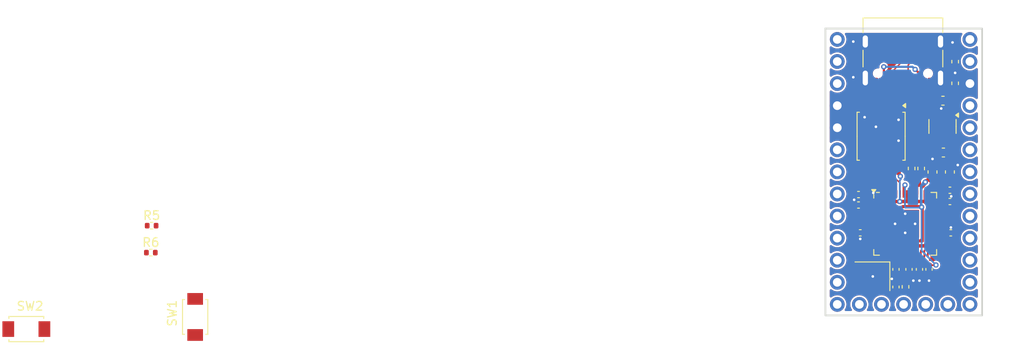
<source format=kicad_pcb>
(kicad_pcb (version 20241229) (generator "pcbnew") (generator_version "9.0")
  (layers (0 "F.Cu" signal) (2 "B.Cu" signal) (13 "F.Paste" user) (15 "B.Paste" user) (5 "F.SilkS" user "F.Silkscreen") (7 "B.SilkS" user "B.Silkscreen") (1 "F.Mask" user) (3 "B.Mask" user) (25 "Edge.Cuts" user))
  (net 0 "")
  (net 1 "5V")
  (net 2 "GND")
  (net 3 "3V3")
  (net 4 "+1V1")
  (net 5 "XIN")
  (net 6 "Net-(C15-Pad1)")
  (net 7 "Net-(J1-CC1)")
  (net 8 "D_P")
  (net 9 "Net-(J1-CC2)")
  (net 11 "D_N")
  (net 13 "GP12")
  (net 14 "GP16")
  (net 15 "GP14")
  (net 16 "GP15")
  (net 17 "GP13")
  (net 18 "GP7")
  (net 19 "GP6")
  (net 20 "GP2")
  (net 21 "GP8")
  (net 22 "GP3")
  (net 23 "GP4")
  (net 24 "GP10")
  (net 25 "GP0")
  (net 26 "GP5")
  (net 27 "GP1")
  (net 28 "GP9")
  (net 29 "GP23")
  (net 30 "RST")
  (net 31 "GP28")
  (net 32 "GP21")
  (net 33 "GP11")
  (net 34 "GP26")
  (net 35 "GP27")
  (net 36 "GP29")
  (net 37 "GP20")
  (net 38 "GP22")
  (net 39 "CS")
  (net 40 "Net-(R6-Pad1)")
  (net 41 "XOUT")
  (net 42 "D1")
  (net 43 "D2")
  (net 44 "D3")
  (net 45 "D0")
  (net 47 "CLK")
  (net 55 "USBP")
  (net 56 "USBN")
  (footprint "Capacitor_SMD:C_0402_1005Metric" (layer "F.Cu") (at 136.8 103.1)
    (property "Reference" "C5" (hide yes))
    (property "Value" "100n")
    (pad "1" smd roundrect (at -0.48 0) (size 0.56 0.62) (layers "F.Cu" "F.Mask" "F.Paste") (net 3 "3V3"))
    (pad "2" smd roundrect (at 0.48 0) (size 0.56 0.62) (layers "F.Cu" "F.Mask" "F.Paste") (net 2 "GND"))
  )
  (footprint "Capacitor_SMD:C_0402_1005Metric" (layer "F.Cu") (at 136.8 104.4)
    (property "Reference" "C13" (hide yes))
    (property "Value" "100n")
    (pad "1" smd roundrect (at -0.48 0) (size 0.56 0.62) (layers "F.Cu" "F.Mask" "F.Paste") (net 3 "3V3"))
    (pad "2" smd roundrect (at 0.48 0) (size 0.56 0.62) (layers "F.Cu" "F.Mask" "F.Paste") (net 2 "GND"))
  )
  (footprint "Capacitor_SMD:C_0402_1005Metric" (layer "F.Cu") (at 130.6 112.2 -90)
    (property "Reference" "C14" (hide yes))
    (property "Value" "15p")
    (pad "1" smd roundrect (at -0.48 0 270) (size 0.56 0.62) (layers "F.Cu" "F.Mask" "F.Paste") (net 5 "XIN"))
    (pad "2" smd roundrect (at 0.48 0 270) (size 0.56 0.62) (layers "F.Cu" "F.Mask" "F.Paste") (net 2 "GND"))
  )
  (footprint "Capacitor_SMD:C_0603_1608Metric" (layer "F.Cu") (at 136.8 101 90)
    (property "Reference" "C12" (hide yes))
    (property "Value" "1u")
    (pad "1" smd roundrect (at -0.775 0 90) (size 0.9 0.95) (layers "F.Cu" "F.Mask" "F.Paste") (net 3 "3V3"))
    (pad "2" smd roundrect (at 0.775 0 90) (size 0.9 0.95) (layers "F.Cu" "F.Mask" "F.Paste") (net 2 "GND"))
  )
  (footprint "Crystal:Crystal_SMD_3225-4Pin_3.2x2.5mm" (layer "F.Cu") (at 127.9 113 180)
    (property "Reference" "Y1" (hide yes))
    (property "Value" "ABM8-272-T3")
    (pad "1" smd rect (at -1.1 0.85 180) (size 1.4 1.2) (layers "F.Cu" "F.Mask" "F.Paste") (net 5 "XIN"))
    (pad "2" smd rect (at 1.1 0.85 180) (size 1.4 1.2) (layers "F.Cu" "F.Mask" "F.Paste") (net 2 "GND"))
    (pad "3" smd rect (at 1.1 -0.85 180) (size 1.4 1.2) (layers "F.Cu" "F.Mask" "F.Paste") (net 2 "GND"))
    (pad "4" smd rect (at -1.1 -0.85 180) (size 1.4 1.2) (layers "F.Cu" "F.Mask" "F.Paste") (net 6 "Net-(C15-Pad1)"))
  )
  (footprint "Connector_PinSocket_2.54mm:PinSocket_1x05_P2.54mm_Vertical" (layer "F.Cu") (at 126.4 116.23 90)
    (property "Reference" "J2" (hide yes))
    (property "Value" "Conn_01x05")
    (pad "1" thru_hole oval (at 0 0 90) (size 1.7 1.7) (drill 1) (layers "*.Cu" "*.Mask") (net 13 "GP12"))
    (pad "2" thru_hole oval (at 0 2.54 90) (size 1.7 1.7) (drill 1) (layers "*.Cu" "*.Mask") (net 17 "GP13"))
    (pad "3" thru_hole oval (at 0 5.08 90) (size 1.7 1.7) (drill 1) (layers "*.Cu" "*.Mask") (net 15 "GP14"))
    (pad "4" thru_hole oval (at 0 7.62 90) (size 1.7 1.7) (drill 1) (layers "*.Cu" "*.Mask") (net 16 "GP15"))
    (pad "5" thru_hole oval (at 0 10.16 90) (size 1.7 1.7) (drill 1) (layers "*.Cu" "*.Mask") (net 14 "GP16"))
  )
  (footprint "Capacitor_SMD:C_0402_1005Metric" (layer "F.Cu") (at 130.6 114.23 90)
    (property "Reference" "C15" (hide yes))
    (property "Value" "15p")
    (pad "1" smd roundrect (at -0.48 0 90) (size 0.56 0.62) (layers "F.Cu" "F.Mask" "F.Paste") (net 6 "Net-(C15-Pad1)"))
    (pad "2" smd roundrect (at 0.48 0 90) (size 0.56 0.62) (layers "F.Cu" "F.Mask" "F.Paste") (net 2 "GND"))
  )
  (footprint "Resistor_SMD:R_0402_1005Metric" (layer "F.Cu") (at 137.4 88.31 -90)
    (property "Reference" "R2" (hide yes))
    (property "Value" "5.1k")
    (pad "1" smd roundrect (at -0.51 0 270) (size 0.54 0.64) (layers "F.Cu" "F.Mask" "F.Paste") (net 9 "Net-(J1-CC2)"))
    (pad "2" smd roundrect (at 0.51 0 270) (size 0.54 0.64) (layers "F.Cu" "F.Mask" "F.Paste") (net 2 "GND"))
  )
  (footprint "Connector_USB:USB_C_Receptacle_G-Switch_GT-USB-7010ASV" (layer "F.Cu") (at 131.4 87.065 180)
    (property "Reference" "J1" (hide yes))
    (property "Value" "SHOU HAN TYPE-C 16PIN 2MD(073)")
    (pad "" np_thru_hole circle (at -2.89 -2.605 180) (size 0.65 0.65) (drill 0.65) (layers "*.Cu" "*.Mask"))
    (pad "" np_thru_hole circle (at 2.89 -2.605 180) (size 0.65 0.65) (drill 0.65) (layers "*.Cu" "*.Mask"))
    (pad "A1" smd rect (at -3.2 -3.725 180) (size 0.6 1.24) (layers "F.Cu" "F.Mask" "F.Paste") (net 2 "GND"))
    (pad "A4" smd rect (at -2.4 -3.725 180) (size 0.6 1.24) (layers "F.Cu" "F.Mask" "F.Paste") (net 1 "5V"))
    (pad "A5" smd rect (at -1.25 -3.725 180) (size 0.3 1.24) (layers "F.Cu" "F.Mask" "F.Paste") (net 7 "Net-(J1-CC1)"))
    (pad "A6" smd rect (at -0.25 -3.725 180) (size 0.3 1.24) (layers "F.Cu" "F.Mask" "F.Paste") (net 8 "D_P"))
    (pad "A7" smd rect (at 0.25 -3.725 180) (size 0.3 1.24) (layers "F.Cu" "F.Mask" "F.Paste") (net 11 "D_N"))
    (pad "A8" smd rect (at 1.25 -3.725 180) (size 0.3 1.24) (layers "F.Cu" "F.Mask" "F.Paste"))
    (pad "A9" smd rect (at 2.4 -3.725 180) (size 0.6 1.24) (layers "F.Cu" "F.Mask" "F.Paste") (net 1 "5V"))
    (pad "A12" smd rect (at 3.2 -3.725 180) (size 0.6 1.24) (layers "F.Cu" "F.Mask" "F.Paste") (net 2 "GND"))
    (pad "B1" smd rect (at 3.2 -3.725 180) (size 0.6 1.24) (layers "F.Cu" "F.Mask" "F.Paste") (net 2 "GND"))
    (pad "B4" smd rect (at 2.4 -3.725 180) (size 0.6 1.24) (layers "F.Cu" "F.Mask" "F.Paste") (net 1 "5V"))
    (pad "B5" smd rect (at 1.75 -3.725 180) (size 0.3 1.24) (layers "F.Cu" "F.Mask" "F.Paste") (net 9 "Net-(J1-CC2)"))
    (pad "B6" smd rect (at 0.75 -3.725 180) (size 0.3 1.24) (layers "F.Cu" "F.Mask" "F.Paste") (net 8 "D_P"))
    (pad "B7" smd rect (at -0.75 -3.725 180) (size 0.3 1.24) (layers "F.Cu" "F.Mask" "F.Paste") (net 11 "D_N"))
    (pad "B8" smd rect (at -1.75 -3.725 180) (size 0.3 1.24) (layers "F.Cu" "F.Mask" "F.Paste"))
    (pad "B9" smd rect (at -2.4 -3.725 180) (size 0.6 1.24) (layers "F.Cu" "F.Mask" "F.Paste") (net 1 "5V"))
    (pad "B12" smd rect (at -3.2 -3.725 180) (size 0.6 1.24) (layers "F.Cu" "F.Mask" "F.Paste") (net 2 "GND"))
    (pad "S1" thru_hole oval (at -4.32 -3.125 180) (size 1 2.1) (drill oval 0.6 1.7) (property pad_prop_heatsink) (layers "*.Cu" "*.Mask") (net 2 "GND"))
    (pad "S1" thru_hole oval (at -4.32 1.075 180) (size 1 1.8) (drill oval 0.6 1.4) (property pad_prop_heatsink) (layers "*.Cu" "*.Mask") (net 2 "GND"))
    (pad "S1" thru_hole oval (at 4.32 -3.125 180) (size 1 2.1) (drill oval 0.6 1.7) (property pad_prop_heatsink) (layers "*.Cu" "*.Mask") (net 2 "GND"))
    (pad "S1" thru_hole oval (at 4.32 1.075 180) (size 1 1.8) (drill oval 0.6 1.4) (property pad_prop_heatsink) (layers "*.Cu" "*.Mask") (net 2 "GND"))
  )
  (footprint "Package_TO_SOT_SMD:SOT-23-5" (layer "F.Cu") (at 135.95 95.7625 -90)
    (property "Reference" "U4" (hide yes))
    (property "Value" "TLV75733PDBV")
    (pad "1" smd roundrect (at -1.1375 -0.95 270) (size 1.325 0.6) (layers "F.Cu" "F.Mask" "F.Paste") (net 1 "5V"))
    (pad "2" smd roundrect (at -1.1375 0 270) (size 1.325 0.6) (layers "F.Cu" "F.Mask" "F.Paste") (net 2 "GND"))
    (pad "3" smd roundrect (at -1.1375 0.95 270) (size 1.325 0.6) (layers "F.Cu" "F.Mask" "F.Paste") (net 1 "5V"))
    (pad "4" smd roundrect (at 1.1375 0.95 270) (size 1.325 0.6) (layers "F.Cu" "F.Mask" "F.Paste"))
    (pad "5" smd roundrect (at 1.1375 -0.95 270) (size 1.325 0.6) (layers "F.Cu" "F.Mask" "F.Paste") (net 3 "3V3"))
  )
  (footprint "Resistor_SMD:R_0402_1005Metric" (layer "F.Cu") (at 45.01 110.275)
    (property "Reference" "R6" (at 0 -1.17 0) (layer "F.SilkS"))
    (property "Value" "1k")
    (pad "1" smd roundrect (at -0.51 0) (size 0.54 0.64) (layers "F.Cu" "F.Mask" "F.Paste") (net 40 "Net-(R6-Pad1)"))
    (pad "2" smd roundrect (at 0.51 0) (size 0.54 0.64) (layers "F.Cu" "F.Mask" "F.Paste") (net 39 "CS"))
  )
  (footprint "Capacitor_SMD:C_0603_1608Metric" (layer "F.Cu") (at 136 92.8 180)
    (property "Reference" "C1" (hide yes))
    (property "Value" "1u")
    (pad "1" smd roundrect (at -0.775 0 180) (size 0.9 0.95) (layers "F.Cu" "F.Mask" "F.Paste") (net 1 "5V"))
    (pad "2" smd roundrect (at 0.775 0 180) (size 0.9 0.95) (layers "F.Cu" "F.Mask" "F.Paste") (net 2 "GND"))
  )
  (footprint "Capacitor_SMD:C_0402_1005Metric" (layer "F.Cu") (at 126.5 108 180)
    (property "Reference" "C7" (hide yes))
    (property "Value" "100n")
    (pad "1" smd roundrect (at -0.48 0 180) (size 0.56 0.62) (layers "F.Cu" "F.Mask" "F.Paste") (net 3 "3V3"))
    (pad "2" smd roundrect (at 0.48 0 180) (size 0.56 0.62) (layers "F.Cu" "F.Mask" "F.Paste") (net 2 "GND"))
  )
  (footprint "Capacitor_SMD:C_0402_1005Metric" (layer "F.Cu") (at 132.1 112.2 -90)
    (property "Reference" "C8" (hide yes))
    (property "Value" "100n")
    (pad "1" smd roundrect (at -0.48 0 270) (size 0.56 0.62) (layers "F.Cu" "F.Mask" "F.Paste") (net 3 "3V3"))
    (pad "2" smd roundrect (at 0.48 0 270) (size 0.56 0.62) (layers "F.Cu" "F.Mask" "F.Paste") (net 2 "GND"))
  )
  (footprint "Capacitor_SMD:C_0402_1005Metric" (layer "F.Cu") (at 136.9 108)
    (property "Reference" "C3" (hide yes))
    (property "Value" "100n")
    (pad "1" smd roundrect (at -0.48 0) (size 0.56 0.62) (layers "F.Cu" "F.Mask" "F.Paste") (net 3 "3V3"))
    (pad "2" smd roundrect (at 0.48 0) (size 0.56 0.62) (layers "F.Cu" "F.Mask" "F.Paste") (net 2 "GND"))
  )
  (footprint "Capacitor_SMD:C_0603_1608Metric" (layer "F.Cu") (at 134.8 101 90)
    (property "Reference" "C11" (hide yes))
    (property "Value" "1u")
    (pad "1" smd roundrect (at -0.775 0 90) (size 0.9 0.95) (layers "F.Cu" "F.Mask" "F.Paste") (net 4 "+1V1"))
    (pad "2" smd roundrect (at 0.775 0 90) (size 0.9 0.95) (layers "F.Cu" "F.Mask" "F.Paste") (net 2 "GND"))
  )
  (footprint "Capacitor_SMD:C_0603_1608Metric" (layer "F.Cu") (at 136.05 98.7625 180)
    (property "Reference" "C2" (hide yes))
    (property "Value" "1u")
    (pad "1" smd roundrect (at -0.775 0 180) (size 0.9 0.95) (layers "F.Cu" "F.Mask" "F.Paste") (net 3 "3V3"))
    (pad "2" smd roundrect (at 0.775 0 180) (size 0.9 0.95) (layers "F.Cu" "F.Mask" "F.Paste") (net 2 "GND"))
  )
  (footprint "Package_DFN_QFN:QFN-56-1EP_7x7mm_P0.4mm_EP3.2x3.2mm" (layer "F.Cu") (at 131.6625 106.9625)
    (property "Reference" "U1" (hide yes))
    (property "Value" "RP2040")
    (pad "1" smd roundrect (at -3.4375 -2.6) (size 0.875 0.2) (layers "F.Cu" "F.Mask" "F.Paste") (net 3 "3V3"))
    (pad "2" smd roundrect (at -3.4375 -2.199999) (size 0.875 0.2) (layers "F.Cu" "F.Mask" "F.Paste") (net 25 "GP0"))
    (pad "3" smd roundrect (at -3.4375 -1.8) (size 0.875 0.2) (layers "F.Cu" "F.Mask" "F.Paste") (net 27 "GP1"))
    (pad "4" smd roundrect (at -3.4375 -1.4) (size 0.875 0.2) (layers "F.Cu" "F.Mask" "F.Paste") (net 20 "GP2"))
    (pad "5" smd roundrect (at -3.4375 -1) (size 0.875 0.2) (layers "F.Cu" "F.Mask" "F.Paste") (net 22 "GP3"))
    (pad "6" smd roundrect (at -3.4375 -0.600001) (size 0.875 0.2) (layers "F.Cu" "F.Mask" "F.Paste") (net 23 "GP4"))
    (pad "7" smd roundrect (at -3.4375 -0.2) (size 0.875 0.2) (layers "F.Cu" "F.Mask" "F.Paste") (net 26 "GP5"))
    (pad "8" smd roundrect (at -3.4375 0.2) (size 0.875 0.2) (layers "F.Cu" "F.Mask" "F.Paste") (net 19 "GP6"))
    (pad "9" smd roundrect (at -3.4375 0.600001) (size 0.875 0.2) (layers "F.Cu" "F.Mask" "F.Paste") (net 18 "GP7"))
    (pad "10" smd roundrect (at -3.4375 1) (size 0.875 0.2) (layers "F.Cu" "F.Mask" "F.Paste") (net 3 "3V3"))
    (pad "11" smd roundrect (at -3.4375 1.4) (size 0.875 0.2) (layers "F.Cu" "F.Mask" "F.Paste") (net 21 "GP8"))
    (pad "12" smd roundrect (at -3.4375 1.8) (size 0.875 0.2) (layers "F.Cu" "F.Mask" "F.Paste") (net 28 "GP9"))
    (pad "13" smd roundrect (at -3.4375 2.199999) (size 0.875 0.2) (layers "F.Cu" "F.Mask" "F.Paste") (net 24 "GP10"))
    (pad "14" smd roundrect (at -3.4375 2.6) (size 0.875 0.2) (layers "F.Cu" "F.Mask" "F.Paste") (net 33 "GP11"))
    (pad "15" smd roundrect (at -2.6 3.4375) (size 0.2 0.875) (layers "F.Cu" "F.Mask" "F.Paste") (net 13 "GP12"))
    (pad "16" smd roundrect (at -2.199999 3.4375) (size 0.2 0.875) (layers "F.Cu" "F.Mask" "F.Paste") (net 17 "GP13"))
    (pad "17" smd roundrect (at -1.8 3.4375) (size 0.2 0.875) (layers "F.Cu" "F.Mask" "F.Paste") (net 15 "GP14"))
    (pad "18" smd roundrect (at -1.4 3.4375) (size 0.2 0.875) (layers "F.Cu" "F.Mask" "F.Paste") (net 16 "GP15"))
    (pad "19" smd roundrect (at -1 3.4375) (size 0.2 0.875) (layers "F.Cu" "F.Mask" "F.Paste") (net 2 "GND"))
    (pad "20" smd roundrect (at -0.600001 3.4375) (size 0.2 0.875) (layers "F.Cu" "F.Mask" "F.Paste") (net 5 "XIN"))
    (pad "21" smd roundrect (at -0.2 3.4375) (size 0.2 0.875) (layers "F.Cu" "F.Mask" "F.Paste") (net 41 "XOUT"))
    (pad "22" smd roundrect (at 0.2 3.4375) (size 0.2 0.875) (layers "F.Cu" "F.Mask" "F.Paste") (net 3 "3V3"))
    (pad "23" smd roundrect (at 0.600001 3.4375) (size 0.2 0.875) (layers "F.Cu" "F.Mask" "F.Paste") (net 4 "+1V1"))
    (pad "24" smd roundrect (at 1 3.4375) (size 0.2 0.875) (layers "F.Cu" "F.Mask" "F.Paste"))
    (pad "25" smd roundrect (at 1.4 3.4375) (size 0.2 0.875) (layers "F.Cu" "F.Mask" "F.Paste"))
    (pad "26" smd roundrect (at 1.8 3.4375) (size 0.2 0.875) (layers "F.Cu" "F.Mask" "F.Paste") (net 30 "RST"))
    (pad "27" smd roundrect (at 2.199999 3.4375) (size 0.2 0.875) (layers "F.Cu" "F.Mask" "F.Paste") (net 14 "GP16"))
    (pad "28" smd roundrect (at 2.6 3.4375) (size 0.2 0.875) (layers "F.Cu" "F.Mask" "F.Paste"))
    (pad "29" smd roundrect (at 3.4375 2.6) (size 0.875 0.2) (layers "F.Cu" "F.Mask" "F.Paste"))
    (pad "30" smd roundrect (at 3.4375 2.199999) (size 0.875 0.2) (layers "F.Cu" "F.Mask" "F.Paste"))
    (pad "31" smd roundrect (at 3.4375 1.8) (size 0.875 0.2) (layers "F.Cu" "F.Mask" "F.Paste") (net 37 "GP20"))
    (pad "32" smd roundrect (at 3.4375 1.4) (size 0.875 0.2) (layers "F.Cu" "F.Mask" "F.Paste") (net 32 "GP21"))
    (pad "33" smd roundrect (at 3.4375 1) (size 0.875 0.2) (layers "F.Cu" "F.Mask" "F.Paste") (net 3 "3V3"))
    (pad "34" smd roundrect (at 3.4375 0.600001) (size 0.875 0.2) (layers "F.Cu" "F.Mask" "F.Paste") (net 38 "GP22"))
    (pad "35" smd roundrect (at 3.4375 0.2) (size 0.875 0.2) (layers "F.Cu" "F.Mask" "F.Paste") (net 29 "GP23"))
    (pad "36" smd roundrect (at 3.4375 -0.2) (size 0.875 0.2) (layers "F.Cu" "F.Mask" "F.Paste"))
    (pad "37" smd roundrect (at 3.4375 -0.600001) (size 0.875 0.2) (layers "F.Cu" "F.Mask" "F.Paste"))
    (pad "38" smd roundrect (at 3.4375 -1) (size 0.875 0.2) (layers "F.Cu" "F.Mask" "F.Paste") (net 34 "GP26"))
    (pad "39" smd roundrect (at 3.4375 -1.4) (size 0.875 0.2) (layers "F.Cu" "F.Mask" "F.Paste") (net 35 "GP27"))
    (pad "40" smd roundrect (at 3.4375 -1.8) (size 0.875 0.2) (layers "F.Cu" "F.Mask" "F.Paste") (net 31 "GP28"))
    (pad "41" smd roundrect (at 3.4375 -2.199999) (size 0.875 0.2) (layers "F.Cu" "F.Mask" "F.Paste") (net 36 "GP29"))
    (pad "42" smd roundrect (at 3.4375 -2.6) (size 0.875 0.2) (layers "F.Cu" "F.Mask" "F.Paste") (net 3 "3V3"))
    (pad "43" smd roundrect (at 2.6 -3.4375) (size 0.2 0.875) (layers "F.Cu" "F.Mask" "F.Paste") (net 3 "3V3"))
    (pad "44" smd roundrect (at 2.199999 -3.4375) (size 0.2 0.875) (layers "F.Cu" "F.Mask" "F.Paste") (net 3 "3V3"))
    (pad "45" smd roundrect (at 1.8 -3.4375) (size 0.2 0.875) (layers "F.Cu" "F.Mask" "F.Paste") (net 4 "+1V1"))
    (pad "46" smd roundrect (at 1.4 -3.4375) (size 0.2 0.875) (layers "F.Cu" "F.Mask" "F.Paste") (net 56 "USBN"))
    (pad "47" smd roundrect (at 1 -3.4375) (size 0.2 0.875) (layers "F.Cu" "F.Mask" "F.Paste") (net 55 "USBP"))
    (pad "48" smd roundrect (at 0.600001 -3.4375) (size 0.2 0.875) (layers "F.Cu" "F.Mask" "F.Paste") (net 3 "3V3"))
    (pad "49" smd roundrect (at 0.2 -3.4375) (size 0.2 0.875) (layers "F.Cu" "F.Mask" "F.Paste") (net 3 "3V3"))
    (pad "50" smd roundrect (at -0.2 -3.4375) (size 0.2 0.875) (layers "F.Cu" "F.Mask" "F.Paste") (net 4 "+1V1"))
    (pad "51" smd roundrect (at -0.600001 -3.4375) (size 0.2 0.875) (layers "F.Cu" "F.Mask" "F.Paste") (net 44 "D3"))
    (pad "52" smd roundrect (at -1 -3.4375) (size 0.2 0.875) (layers "F.Cu" "F.Mask" "F.Paste") (net 47 "CLK"))
    (pad "53" smd roundrect (at -1.4 -3.4375) (size 0.2 0.875) (layers "F.Cu" "F.Mask" "F.Paste") (net 45 "D0"))
    (pad "54" smd roundrect (at -1.8 -3.4375) (size 0.2 0.875) (layers "F.Cu" "F.Mask" "F.Paste") (net 43 "D2"))
    (pad "55" smd roundrect (at -2.199999 -3.4375) (size 0.2 0.875) (layers "F.Cu" "F.Mask" "F.Paste") (net 42 "D1"))
    (pad "56" smd roundrect (at -2.6 -3.4375) (size 0.2 0.875) (layers "F.Cu" "F.Mask" "F.Paste") (net 39 "CS"))
    (pad "57" smd rect (at 0 0) (size 3.2 3.2) (property pad_prop_heatsink) (layers "F.Cu" "F.Mask") (net 2 "GND"))
  )
  (footprint "Package_SO:SOIC-8_5.3x5.3mm_P1.27mm" (layer "F.Cu") (at 128.895 96.8875 -90)
    (property "Reference" "U3" (hide yes))
    (property "Value" "W25Q128JVS")
    (pad "1" smd roundrect (at -3.5875 -1.905 270) (size 1.625 0.65) (layers "F.Cu" "F.Mask" "F.Paste") (net 39 "CS"))
    (pad "2" smd roundrect (at -3.5875 -0.635 270) (size 1.625 0.65) (layers "F.Cu" "F.Mask" "F.Paste") (net 42 "D1"))
    (pad "3" smd roundrect (at -3.5875 0.635 270) (size 1.625 0.65) (layers "F.Cu" "F.Mask" "F.Paste") (net 43 "D2"))
    (pad "4" smd roundrect (at -3.5875 1.905 270) (size 1.625 0.65) (layers "F.Cu" "F.Mask" "F.Paste") (net 2 "GND"))
    (pad "5" smd roundrect (at 3.5875 1.905 270) (size 1.625 0.65) (layers "F.Cu" "F.Mask" "F.Paste") (net 45 "D0"))
    (pad "6" smd roundrect (at 3.5875 0.635 270) (size 1.625 0.65) (layers "F.Cu" "F.Mask" "F.Paste") (net 47 "CLK"))
    (pad "7" smd roundrect (at 3.5875 -0.635 270) (size 1.625 0.65) (layers "F.Cu" "F.Mask" "F.Paste") (net 44 "D3"))
    (pad "8" smd roundrect (at 3.5875 -1.905 270) (size 1.625 0.65) (layers "F.Cu" "F.Mask" "F.Paste") (net 3 "3V3"))
  )
  (footprint "Capacitor_SMD:C_0402_1005Metric" (layer "F.Cu") (at 126.3 104.8 180)
    (property "Reference" "C4" (hide yes))
    (property "Value" "100n")
    (pad "1" smd roundrect (at -0.48 0 180) (size 0.56 0.62) (layers "F.Cu" "F.Mask" "F.Paste") (net 3 "3V3"))
    (pad "2" smd roundrect (at 0.48 0 180) (size 0.56 0.62) (layers "F.Cu" "F.Mask" "F.Paste") (net 2 "GND"))
  )
  (footprint "Resistor_SMD:R_0402_1005Metric" (layer "F.Cu") (at 45.1 107.175)
    (property "Reference" "R5" (at 0 -1.17 0) (layer "F.SilkS"))
    (property "Value" "10k")
    (pad "1" smd roundrect (at -0.51 0) (size 0.54 0.64) (layers "F.Cu" "F.Mask" "F.Paste") (net 3 "3V3"))
    (pad "2" smd roundrect (at 0.51 0) (size 0.54 0.64) (layers "F.Cu" "F.Mask" "F.Paste") (net 39 "CS"))
  )
  (footprint "Resistor_SMD:R_0402_1005Metric" (layer "F.Cu") (at 133.5 100.6 -90)
    (property "Reference" "R4" (hide yes))
    (property "Value" "27.4")
    (pad "1" smd roundrect (at -0.51 0 270) (size 0.54 0.64) (layers "F.Cu" "F.Mask" "F.Paste") (net 11 "D_N"))
    (pad "2" smd roundrect (at 0.51 0 270) (size 0.54 0.64) (layers "F.Cu" "F.Mask" "F.Paste") (net 56 "USBN"))
  )
  (footprint "Capacitor_SMD:C_0402_1005Metric" (layer "F.Cu") (at 126.3 103.6 180)
    (property "Reference" "C6" (hide yes))
    (property "Value" "100n")
    (pad "1" smd roundrect (at -0.48 0 180) (size 0.56 0.62) (layers "F.Cu" "F.Mask" "F.Paste") (net 3 "3V3"))
    (pad "2" smd roundrect (at 0.48 0 180) (size 0.56 0.62) (layers "F.Cu" "F.Mask" "F.Paste") (net 2 "GND"))
  )
  (footprint "Resistor_SMD:R_0402_1005Metric" (layer "F.Cu") (at 137.4 90.8 90)
    (property "Reference" "R1" (hide yes))
    (property "Value" "5.1k")
    (pad "1" smd roundrect (at -0.51 0 90) (size 0.54 0.64) (layers "F.Cu" "F.Mask" "F.Paste") (net 7 "Net-(J1-CC1)"))
    (pad "2" smd roundrect (at 0.51 0 90) (size 0.54 0.64) (layers "F.Cu" "F.Mask" "F.Paste") (net 2 "GND"))
  )
  (footprint "Resistor_SMD:R_0402_1005Metric" (layer "F.Cu") (at 132.4 100.6 -90)
    (property "Reference" "R3" (hide yes))
    (property "Value" "27.4")
    (pad "1" smd roundrect (at -0.51 0 270) (size 0.54 0.64) (layers "F.Cu" "F.Mask" "F.Paste") (net 8 "D_P"))
    (pad "2" smd roundrect (at 0.51 0 270) (size 0.54 0.64) (layers "F.Cu" "F.Mask" "F.Paste") (net 55 "USBP"))
  )
  (footprint "Resistor_SMD:R_0402_1005Metric" (layer "F.Cu") (at 131.7 114.21 -90)
    (property "Reference" "R7" (hide yes))
    (property "Value" "1k")
    (pad "1" smd roundrect (at -0.51 0 270) (size 0.54 0.64) (layers "F.Cu" "F.Mask" "F.Paste") (net 41 "XOUT"))
    (pad "2" smd roundrect (at 0.51 0 270) (size 0.54 0.64) (layers "F.Cu" "F.Mask" "F.Paste") (net 6 "Net-(C15-Pad1)"))
  )
  (footprint "Connector_PinSocket_2.54mm:PinSocket_1x13_P2.54mm_Vertical" (layer "F.Cu") (at 139.1 85.75)
    (property "Reference" "J4" (hide yes))
    (property "Value" "Conn_01x13")
    (pad "1" thru_hole oval (at 0 0) (size 1.7 1.7) (drill 1) (layers "*.Cu" "*.Mask") (net 33 "GP11"))
    (pad "2" thru_hole oval (at 0 2.54) (size 1.7 1.7) (drill 1) (layers "*.Cu" "*.Mask") (net 1 "5V"))
    (pad "3" thru_hole oval (at 0 5.08) (size 1.7 1.7) (drill 1) (layers "*.Cu" "*.Mask") (net 2 "GND"))
    (pad "4" thru_hole oval (at 0 7.62) (size 1.7 1.7) (drill 1) (layers "*.Cu" "*.Mask") (net 30 "RST"))
    (pad "5" thru_hole oval (at 0 10.16) (size 1.7 1.7) (drill 1) (layers "*.Cu" "*.Mask") (net 3 "3V3"))
    (pad "6" thru_hole oval (at 0 12.7) (size 1.7 1.7) (drill 1) (layers "*.Cu" "*.Mask") (net 36 "GP29"))
    (pad "7" thru_hole oval (at 0 15.24) (size 1.7 1.7) (drill 1) (layers "*.Cu" "*.Mask") (net 31 "GP28"))
    (pad "8" thru_hole oval (at 0 17.78) (size 1.7 1.7) (drill 1) (layers "*.Cu" "*.Mask") (net 35 "GP27"))
    (pad "9" thru_hole oval (at 0 20.32) (size 1.7 1.7) (drill 1) (layers "*.Cu" "*.Mask") (net 34 "GP26"))
    (pad "10" thru_hole oval (at 0 22.86) (size 1.7 1.7) (drill 1) (layers "*.Cu" "*.Mask") (net 38 "GP22"))
    (pad "11" thru_hole oval (at 0 25.4) (size 1.7 1.7) (drill 1) (layers "*.Cu" "*.Mask") (net 37 "GP20"))
    (pad "12" thru_hole oval (at 0 27.94) (size 1.7 1.7) (drill 1) (layers "*.Cu" "*.Mask") (net 29 "GP23"))
    (pad "13" thru_hole oval (at 0 30.48) (size 1.7 1.7) (drill 1) (layers "*.Cu" "*.Mask") (net 32 "GP21"))
  )
  (footprint "Capacitor_SMD:C_0402_1005Metric" (layer "F.Cu") (at 133.3 112.2 -90)
    (property "Reference" "C9" (hide yes))
    (property "Value" "100n")
    (pad "1" smd roundrect (at -0.48 0 270) (size 0.56 0.62) (layers "F.Cu" "F.Mask" "F.Paste") (net 4 "+1V1"))
    (pad "2" smd roundrect (at 0.48 0 270) (size 0.56 0.62) (layers "F.Cu" "F.Mask" "F.Paste") (net 2 "GND"))
  )
  (footprint "Connector_PinSocket_2.54mm:PinSocket_1x13_P2.54mm_Vertical" (layer "F.Cu") (at 123.86 85.75)
    (property "Reference" "J3" (hide yes))
    (property "Value" "Conn_01x13")
    (pad "1" thru_hole oval (at 0 0) (size 1.7 1.7) (drill 1) (layers "*.Cu" "*.Mask") (net 24 "GP10"))
    (pad "2" thru_hole oval (at 0 2.54) (size 1.7 1.7) (drill 1) (layers "*.Cu" "*.Mask") (net 25 "GP0"))
    (pad "3" thru_hole oval (at 0 5.08) (size 1.7 1.7) (drill 1) (layers "*.Cu" "*.Mask") (net 27 "GP1"))
    (pad "4" thru_hole oval (at 0 7.62) (size 1.7 1.7) (drill 1) (layers "*.Cu" "*.Mask") (net 2 "GND"))
    (pad "5" thru_hole oval (at 0 10.16) (size 1.7 1.7) (drill 1) (layers "*.Cu" "*.Mask") (net 2 "GND"))
    (pad "6" thru_hole oval (at 0 12.7) (size 1.7 1.7) (drill 1) (layers "*.Cu" "*.Mask") (net 20 "GP2"))
    (pad "7" thru_hole oval (at 0 15.24) (size 1.7 1.7) (drill 1) (layers "*.Cu" "*.Mask") (net 22 "GP3"))
    (pad "8" thru_hole oval (at 0 17.78) (size 1.7 1.7) (drill 1) (layers "*.Cu" "*.Mask") (net 23 "GP4"))
    (pad "9" thru_hole oval (at 0 20.32) (size 1.7 1.7) (drill 1) (layers "*.Cu" "*.Mask") (net 26 "GP5"))
    (pad "10" thru_hole oval (at 0 22.86) (size 1.7 1.7) (drill 1) (layers "*.Cu" "*.Mask") (net 19 "GP6"))
    (pad "11" thru_hole oval (at 0 25.4) (size 1.7 1.7) (drill 1) (layers "*.Cu" "*.Mask") (net 18 "GP7"))
    (pad "12" thru_hole oval (at 0 27.94) (size 1.7 1.7) (drill 1) (layers "*.Cu" "*.Mask") (net 21 "GP8"))
    (pad "13" thru_hole oval (at 0 30.48) (size 1.7 1.7) (drill 1) (layers "*.Cu" "*.Mask") (net 28 "GP9"))
  )
  (footprint "MyKeebLib:SW_TS-1088-AR02016" (layer "F.Cu") (at 50.1 117.675 90)
    (property "Reference" "SW1" (at 0.425 -2.635 90) (layer "F.SilkS"))
    (property "Value" "SW_Push")
    (pad "1" smd rect (at -2.075 0 90) (size 1.35 1.8) (layers "F.Cu" "F.Mask" "F.Paste") (net 2 "GND"))
    (pad "2" smd rect (at 2.075 0 90) (size 1.35 1.8) (layers "F.Cu" "F.Mask" "F.Paste") (net 30 "RST"))
  )
  (footprint "Capacitor_SMD:C_0402_1005Metric" (layer "F.Cu") (at 134.4 112.2 -90)
    (property "Reference" "C10" (hide yes))
    (property "Value" "100n")
    (pad "1" smd roundrect (at -0.48 0 270) (size 0.56 0.62) (layers "F.Cu" "F.Mask" "F.Paste") (net 4 "+1V1"))
    (pad "2" smd roundrect (at 0.48 0 270) (size 0.56 0.62) (layers "F.Cu" "F.Mask" "F.Paste") (net 2 "GND"))
  )
  (footprint "MyKeebLib:SW_TS-1088-AR02016" (layer "F.Cu") (at 30.7075 119.07)
    (property "Reference" "SW2" (at 0.425 -2.635 0) (layer "F.SilkS"))
    (property "Value" "SW_Push")
    (pad "1" smd rect (at -2.075 0) (size 1.35 1.8) (layers "F.Cu" "F.Mask" "F.Paste") (net 40 "Net-(R6-Pad1)"))
    (pad "2" smd rect (at 2.075 0) (size 1.35 1.8) (layers "F.Cu" "F.Mask" "F.Paste") (net 2 "GND"))
  )
  (gr_rect (start 122.5 84.5) (end 140.5 117.5) (stroke (width 0.2)) (fill no) (layer "Edge.Cuts"))
  (segment (start 135.849 91.874) (end 136.775 92.8) (width 0.5) (layer "F.Cu") (net 1))
  (segment (start 136.9 95.287499) (end 136.9 94.625) (width 0.2) (layer "F.Cu") (net 1))
  (segment (start 132.8 89.2) (end 132.98851 89.38851) (width 0.25) (layer "F.Cu") (net 1))
  (segment (start 129.215 88.915) (end 129.2 88.9) (width 0.25) (layer "F.Cu") (net 1))
  (segment (start 129 90.177021) (end 129.215 89.962021) (width 0.25) (layer "F.Cu") (net 1))
  (segment (start 136.9 92.925) (end 136.775 92.8) (width 0.5) (layer "F.Cu") (net 1))
  (segment (start 133.8 90.177021) (end 133.8 90.79) (width 0.25) (layer "F.Cu") (net 1))
  (segment (start 133.8 91.812) (end 133.862 91.874) (width 0.5) (layer "F.Cu") (net 1))
  (segment (start 136.287499 95.9) (end 136.9 95.287499) (width 0.2) (layer "F.Cu") (net 1))
  (segment (start 136.9 94.625) (end 136.9 92.925) (width 0.5) (layer "F.Cu") (net 1))
  (segment (start 133.8 90.79) (end 133.8 91.812) (width 0.5) (layer "F.Cu") (net 1))
  (segment (start 132.822979 89.2) (end 133.8 90.177021) (width 0.25) (layer "F.Cu") (net 1))
  (segment (start 135 94.625) (end 135 95.2) (width 0.2) (layer "F.Cu") (net 1))
  (segment (start 135.7 95.9) (end 136.287499 95.9) (width 0.2) (layer "F.Cu") (net 1))
  (segment (start 133.862 91.874) (end 135.849 91.874) (width 0.5) (layer "F.Cu") (net 1))
  (segment (start 135 95.2) (end 135.7 95.9) (width 0.2) (layer "F.Cu") (net 1))
  (segment (start 129.215 89.962021) (end 129.215 88.915) (width 0.25) (layer "F.Cu") (net 1))
  (segment (start 129 90.79) (end 129 90.177021) (width 0.25) (layer "F.Cu") (net 1))
  (via (at 132.8 89.2) (size 0.6) (drill 0.3) (layers "F.Cu" "B.Cu") (net 1))
  (via (at 129.2 88.9) (size 0.6) (drill 0.3) (layers "F.Cu" "B.Cu") (net 1))
  (segment (start 129.2 88.9) (end 132.5 88.9) (width 0.25) (layer "B.Cu") (net 1))
  (segment (start 132.5 88.9) (end 132.8 89.2) (width 0.25) (layer "B.Cu") (net 1))
  (segment (start 132.471 113.371) (end 132.6 113.5) (width 0.5) (layer "F.Cu") (net 2))
  (segment (start 137.675 100.225) (end 137.7 100.2) (width 0.2) (layer "F.Cu") (net 2))
  (segment (start 126.99 94.69) (end 127 94.7) (width 0.2) (layer "F.Cu") (net 2))
  (segment (start 130.6 112.68) (end 130.6 112.822262) (width 0.2) (layer "F.Cu") (net 2))
  (segment (start 132.1 112.68) (end 133.3 112.68) (width 0.5) (layer "F.Cu") (net 2))
  (segment (start 137.38 107.925628) (end 137.38 108) (width 0.2) (layer "F.Cu") (net 2))
  (segment (start 137.28 104.13) (end 136.95 103.8) (width 0.2) (layer "F.Cu") (net 2))
  (segment (start 126.85 112.15) (end 126.8 112.15) (width 0.2) (layer "F.Cu") (net 2))
  (segment (start 137.4 88.82) (end 137.4 89.6) (width 0.2) (layer "F.Cu") (net 2))
  (segment (start 134.4 112.68) (end 134.4 113.5) (width 0.5) (layer "F.Cu") (net 2))
  (segment (start 135.225 93.125) (end 135.8 93.7) (width 0.2) (layer "F.Cu") (net 2))
  (segment (start 132.1 112.68) (end 132.2 112.78) (width 0.5) (layer "F.Cu") (net 2))
  (segment (start 125.82 104.8) (end 125.82 104.22) (width 0.2) (layer "F.Cu") (net 2))
  (segment (start 130.581742 113.75) (end 130.127002 113.29526) (width 0.2) (layer "F.Cu") (net 2))
  (segment (start 127.109018 113.85) (end 126.8 113.85) (width 0.2) (layer "F.Cu") (net 2))
  (segment (start 135.95 93.85) (end 135.8 93.7) (width 0.2) (layer "F.Cu") (net 2))
  (segment (start 134.8 100.225) (end 134.8 99.5) (width 0.2) (layer "F.Cu") (net 2))
  (segment (start 137.28 103.47) (end 136.95 103.8) (width 0.2) (layer "F.Cu") (net 2))
  (segment (start 135.225 92.8) (end 135.225 93.125) (width 0.2) (layer "F.Cu") (net 2))
  (segment (start 135.275 99.025) (end 134.8 99.5) (width 0.2) (layer "F.Cu") (net 2))
  (segment (start 132.2 113.047528) (end 132.471 113.318528) (width 0.5) (layer "F.Cu") (net 2))
  (segment (start 126.02 108.22) (end 126.5 108.7) (width 0.2) (layer "F.Cu") (net 2))
  (segment (start 137.28 104.4) (end 137.28 104.13) (width 0.2) (layer "F.Cu") (net 2))
  (segment (start 132.2 112.78) (end 132.2 113.047528) (width 0.5) (layer "F.Cu") (net 2))
  (segment (start 130.6 112.822262) (end 130.127002 113.29526) (width 0.2) (layer "F.Cu") (net 2))
  (segment (start 125.82 104.18) (end 125.8 104.2) (width 0.2) (layer "F.Cu") (net 2))
  (segment (start 137.4 90.29) (end 137.4 89.6) (width 0.2) (layer "F.Cu") (net 2))
  (segment (start 133.3 112.68) (end 134.4 112.68) (width 0.5) (layer "F.Cu") (net 2))
  (segment (start 130.6 113.75) (end 130.581742 113.75) (width 0.2) (layer "F.Cu") (net 2))
  (segment (start 125.82 104.22) (end 125.8 104.2) (width 0.2) (layer "F.Cu") (net 2))
  (segment (start 126.99 93.3) (end 126.99 94.69) (width 0.2) (layer "F.Cu") (net 2))
  (segment (start 125.82 103.6) (end 125.82 104.18) (width 0.2) (layer "F.Cu") (net 2))
  (segment (start 127.942457 113.016561) (end 127.109018 113.85) (width 0.2) (layer "F.Cu") (net 2))
  (segment (start 136.914545 107.460173) (end 137.38 107.925628) (width 0.2) (layer "F.Cu") (net 2))
  (segment (start 135.95 94.625) (end 135.95 93.85) (width 0.2) (layer "F.Cu") (net 2))
  (segment (start 136.914545 107.385537) (end 136.914545 107.460173) (width 0.2) (layer "F.Cu") (net 2))
  (segment (start 136.8 100.225) (end 137.675 100.225) (width 0.2) (layer "F.Cu") (net 2))
  (segment (start 126.02 108) (end 126.02 108.22) (width 0.2) (layer "F.Cu") (net 2))
  (segment (start 132.471 113.318528) (end 132.471 113.371) (width 0.5) (layer "F.Cu") (net 2))
  (segment (start 127.716561 113.016561) (end 126.85 112.15) (width 0.2) (layer "F.Cu") (net 2))
  (segment (start 137.28 103.1) (end 137.28 103.47) (width 0.2) (layer "F.Cu") (net 2))
  (segment (start 135.275 98.7625) (end 135.275 99.025) (width 0.2) (layer "F.Cu") (net 2))
  (segment (start 127.942457 113.016561) (end 127.716561 113.016561) (width 0.2) (layer "F.Cu") (net 2))
  (via (at 135.8 93.7) (size 0.6) (drill 0.3) (layers "F.Cu" "B.Cu") (net 2))
  (via (at 134.4 113.5) (size 0.6) (drill 0.3) (layers "F.Cu" "B.Cu") (net 2))
  (via (at 125.7 90.1) (size 0.6) (drill 0.3) (layers "F.Cu" "B.Cu") (net 2))
  (via (at 131.6625 108) (size 0.6) (drill 0.3) (layers "F.Cu" "B.Cu") (net 2))
  (via (at 127 94.7) (size 0.6) (drill 0.3) (layers "F.Cu" "B.Cu") (net 2))
  (via (at 131.6625 105.8) (size 0.6) (drill 0.3) (layers "F.Cu" "B.Cu") (net 2))
  (via (at 128 103.4) (size 0.6) (drill 0.3) (layers "F.Cu" "B.Cu") (net 2))
  (via (at 132.8 106.9625) (size 0.6) (drill 0.3) (layers "F.Cu" "B.Cu") (net 2))
  (via (at 125.8 104.2) (size 0.6) (drill 0.3) (layers "F.Cu" "B.Cu") (net 2))
  (via (at 136.95 103.8) (size 0.6) (drill 0.3) (layers "F.Cu" "B.Cu") (net 2))
  (via (at 130.9 97.4) (size 0.6) (drill 0.3) (layers "F.Cu" "B.Cu") (net 2))
  (via (at 137.1 86.1) (size 0.6) (drill 0.3) (layers "F.Cu" "B.Cu") (net 2))
  (via (at 130.127002 113.29526) (size 0.6) (drill 0.3) (layers "F.Cu" "B.Cu") (net 2))
  (via (at 137.7 100.2) (size 0.6) (drill 0.3) (layers "F.Cu" "B.Cu") (net 2))
  (via (at 125.7 86) (size 0.6) (drill 0.3) (layers "F.Cu" "B.Cu") (net 2))
  (via (at 128.3 95.8) (size 0.6) (drill 0.3) (layers "F.Cu" "B.Cu") (net 2))
  (via (at 127.942457 113.016561) (size 0.6) (drill 0.3) (layers "F.Cu" "B.Cu") (net 2))
  (via (at 132.6 113.5) (size 0.6) (drill 0.3) (layers "F.Cu" "B.Cu") (net 2))
  (via (at 136.914545 107.385537) (size 0.6) (drill 0.3) (layers "F.Cu" "B.Cu") (net 2))
  (via (at 137.4 89.6) (size 0.6) (drill 0.3) (layers "F.Cu" "B.Cu") (net 2))
  (via (at 134.8 99.5) (size 0.6) (drill 0.3) (layers "F.Cu" "B.Cu") (net 2))
  (via (at 130.9 95) (size 0.6) (drill 0.3) (layers "F.Cu" "B.Cu") (net 2))
  (via (at 126.5 108.7) (size 0.6) (drill 0.3) (layers "F.Cu" "B.Cu") (net 2))
  (via (at 130.5 106.9625) (size 0.6) (drill 0.3) (layers "F.Cu" "B.Cu") (net 2))
  (via (at 133.3 113.5) (size 0.6) (drill 0.3) (layers "F.Cu" "B.Cu") (net 2))
  (segment (start 131.8625 111.3825) (end 131.8625 110.4) (width 0.15) (layer "F.Cu") (net 3))
  (segment (start 130.8 101.186827) (end 130.8 100.475) (width 0.2) (layer "F.Cu") (net 3))
  (segment (start 134.2375 107.9625) (end 134.2 108) (width 0.2) (layer "F.Cu") (net 3))
  (segment (start 135.275 103.3) (end 136.32 103.3) (width 0.5) (layer "F.Cu") (net 3))
  (segment (start 135.826 99.774) (end 135.826 100.801) (width 0.5) (layer "F.Cu") (net 3))
  (segment (start 128.225 107.9625) (end 127.0175 107.9625) (width 0.2) (layer "F.Cu") (net 3))
  (segment (start 136.3825 107.9625) (end 136.42 108) (width 0.2) (layer "F.Cu") (net 3))
  (segment (start 132.262501 103.525) (end 132.262501 104.4) (width 0.2) (layer "F.Cu") (net 3))
  (segment (start 132.1 111.62) (end 131.8625 111.3825) (width 0.15) (layer "F.Cu") (net 3))
  (segment (start 133.862499 103.525) (end 133.862499 104.362499) (width 0.2) (layer "F.Cu") (net 3))
  (segment (start 136.825 98.775) (end 135.826 99.774) (width 0.5) (layer "F.Cu") (net 3))
  (segment (start 128.743015 104.211501) (end 128.931514 104.4) (width 0.3) (layer "F.Cu") (net 3))
  (segment (start 136.32 104.4) (end 136.32 104.345) (width 0.5) (layer "F.Cu") (net 3))
  (segment (start 126.8 103.6) (end 126.8 104.1) (width 0.5) (layer "F.Cu") (net 3))
  (segment (start 133.862499 104.362499) (end 133.9 104.4) (width 0.2) (layer "F.Cu") (net 3))
  (segment (start 136.9 96.9) (end 136.9 98.6875) (width 0.5) (layer "F.Cu") (net 3))
  (segment (start 128.225 107.9625) (end 129.2625 107.9625) (width 0.2) (layer "F.Cu") (net 3))
  (segment (start 135.826 102.749) (end 135.275 103.3) (width 0.5) (layer "F.Cu") (net 3))
  (segment (start 135.1 104.3625) (end 133.9375 104.3625) (width 0.2) (layer "F.Cu") (net 3))
  (segment (start 131.8625 104.4) (end 131.037499 104.4) (width 0.2) (layer "F.Cu") (net 3))
  (segment (start 136.825 98.7625) (end 136.825 98.775) (width 0.5) (layer "F.Cu") (net 3))
  (segment (start 128.931514 104.4) (end 129.4 104.4) (width 0.3) (layer "F.Cu") (net 3))
  (segment (start 136.8 101.775) (end 136.32 102.255) (width 0.5) (layer "F.Cu") (net 3))
  (segment (start 131.8625 103.525) (end 131.8625 104.4) (width 0.2) (layer "F.Cu") (net 3))
  (segment (start 136.32 102.255) (end 136.32 103.3) (width 0.5) (layer "F.Cu") (net 3))
  (segment (start 126.911501 104.211501) (end 128.743015 104.211501) (width 0.3) (layer "F.Cu") (net 3))
  (segment (start 133.9375 104.3625) (end 133.9 104.4) (width 0.2) (layer "F.Cu") (net 3))
  (segment (start 135.1 107.9625) (end 136.3825 107.9625) (width 0.2) (layer "F.Cu") (net 3))
  (segment (start 134.2625 104.0375) (end 134.2625 103.525) (width 0.2) (layer "F.Cu") (net 3))
  (segment (start 127.0175 107.9625) (end 126.98 108) (width 0.2) (layer "F.Cu") (net 3))
  (segment (start 126.8 104.1) (end 126.911501 104.211501) (width 0.5) (layer "F.Cu") (net 3))
  (segment (start 136.2625 101.2375) (end 136.2875 101.2625) (width 0.5) (layer "F.Cu") (net 3))
  (segment (start 135.1 107.9625) (end 134.2375 107.9625) (width 0.2) (layer "F.Cu") (net 3))
  (segment (start 136.2875 102.2875) (end 135.275 103.3) (width 0.5) (layer "F.Cu") (net 3))
  (segment (start 133.9 104.4) (end 134.2625 104.0375) (width 0.2) (layer "F.Cu") (net 3))
  (segment (start 136.32 104.345) (end 135.275 103.3) (width 0.5) (layer "F.Cu") (net 3))
  (segment (start 136.2875 101.2625) (end 136.2875 102.2875) (width 0.5) (layer "F.Cu") (net 3))
  (segment (start 136.9 98.6875) (end 136.825 98.7625) (width 0.5) (layer "F.Cu") (net 3))
  (segment (start 131.106587 101.493413) (end 130.8 101.186827) (width 0.2) (layer "F.Cu") (net 3))
  (segment (start 126.8 104.1) (end 126.8 104.7) (width 0.5) (layer "F.Cu") (net 3))
  (segment (start 135.826 100.801) (end 135.826 102.749) (width 0.5) (layer "F.Cu") (net 3))
  (segment (start 136.2625 101.2375) (end 136.8 101.775) (width 0.5) (layer "F.Cu") (net 3))
  (segment (start 135.826 100.801) (end 136.2625 101.2375) (width 0.5) (layer "F.Cu") (net 3))
  (segment (start 136.8 101.775) (end 136.2875 102.2875) (width 0.5) (layer "F.Cu") (net 3))
  (via (at 131.106587 101.493413) (size 0.6) (drill 0.3) (layers "F.Cu" "B.Cu") (net 3))
  (via (at 131.037499 104.4) (size 0.6) (drill 0.3) (layers "F.Cu" "B.Cu") (net 3))
  (segment (start 131.106587 101.493413) (end 131.153293 101.540119) (width 0.2) (layer "B.Cu") (net 3))
  (segment (start 131.153293 101.846707) (end 131.037499 101.962501) (width 0.2) (layer "B.Cu") (net 3))
  (segment (start 131.037499 101.962501) (end 131.037499 104.4) (width 0.2) (layer "B.Cu") (net 3))
  (segment (start 131.153293 101.540119) (end 131.153293 101.846707) (width 0.2) (layer "B.Cu") (net 3))
  (segment (start 133.3 111.72) (end 133.047226 111.72) (width 0.15) (layer "F.Cu") (net 4))
  (segment (start 134.325 101.775) (end 134.8 101.775) (width 0.3) (layer "F.Cu") (net 4))
  (segment (start 133.4625 102.9875) (end 133.4625 103.525) (width 0.2) (layer "F.Cu") (net 4))
  (segment (start 133.047226 111.72) (end 132.262501 110.935275) (width 0.15) (layer "F.Cu") (net 4))
  (segment (start 133.98 102.42) (end 133.85 102.55) (width 0.2) (layer "F.Cu") (net 4))
  (segment (start 132.262501 110.935275) (end 132.262501 110.4) (width 0.15) (layer "F.Cu") (net 4))
  (segment (start 133.98 102.12) (end 134.325 101.775) (width 0.3) (layer "F.Cu") (net 4))
  (segment (start 131.4625 103.525) (end 131.4625 102.674999) (width 0.2) (layer "F.Cu") (net 4))
  (segment (start 135.18 111.72) (end 135.2 111.7) (width 0.2) (layer "F.Cu") (net 4))
  (segment (start 133.85 102.55) (end 133.85 102.6) (width 0.2) (layer "F.Cu") (net 4))
  (segment (start 133.98 102.156255) (end 133.98 102.12) (width 0.3) (layer "F.Cu") (net 4))
  (segment (start 134.4 111.72) (end 133.3 111.72) (width 0.5) (layer "F.Cu") (net 4))
  (segment (start 131.4625 102.674999) (end 131.637499 102.5) (width 0.2) (layer "F.Cu") (net 4))
  (segment (start 134.4 111.72) (end 135.18 111.72) (width 0.2) (layer "F.Cu") (net 4))
  (segment (start 133.85 102.6) (end 133.4625 102.9875) (width 0.2) (layer "F.Cu") (net 4))
  (segment (start 133.98 102.156255) (end 133.98 102.42) (width 0.2) (layer "F.Cu") (net 4))
  (via (at 135.2 111.7) (size 0.6) (drill 0.3) (layers "F.Cu" "B.Cu") (net 4))
  (via (at 133.548981 105.045863) (size 0.6) (drill 0.3) (layers "F.Cu" "B.Cu") (net 4))
  (via (at 131.637499 102.5) (size 0.6) (drill 0.3) (layers "F.Cu" "B.Cu") (net 4))
  (via (at 133.98 102.156255) (size 0.6) (drill 0.3) (layers "F.Cu" "B.Cu") (net 4))
  (segment (start 131.7 105.1) (end 133.494844 105.1) (width 0.2) (layer "B.Cu") (net 4))
  (segment (start 133.943745 102.156255) (end 133.5 102.6) (width 0.3) (layer "B.Cu") (net 4))
  (segment (start 133.548981 110.048981) (end 133.548981 105.045863) (width 0.2) (layer "B.Cu") (net 4))
  (segment (start 133.548981 104.993861) (end 133.548981 105.045863) (width 0.3) (layer "B.Cu") (net 4))
  (segment (start 133.5 102.6) (end 133.5 104.94488) (width 0.3) (layer "B.Cu") (net 4))
  (segment (start 135.2 111.7) (end 133.548981 110.048981) (width 0.2) (layer "B.Cu") (net 4))
  (segment (start 133.98 102.156255) (end 133.943745 102.156255) (width 0.3) (layer "B.Cu") (net 4))
  (segment (start 131.637499 102.5) (end 131.637499 105.037499) (width 0.2) (layer "B.Cu") (net 4))
  (segment (start 133.5 104.94488) (end 133.548981 104.993861) (width 0.3) (layer "B.Cu") (net 4))
  (segment (start 133.494844 105.1) (end 133.548981 105.045863) (width 0.2) (layer "B.Cu") (net 4))
  (segment (start 131.637499 105.037499) (end 131.7 105.1) (width 0.2) (layer "B.Cu") (net 4))
  (segment (start 131.062499 111.257501) (end 130.17 112.15) (width 0.15) (layer "F.Cu") (net 5))
  (segment (start 131.062499 110.4) (end 131.062499 111.257501) (width 0.15) (layer "F.Cu") (net 5))
  (segment (start 130.17 112.15) (end 129 112.15) (width 0.15) (layer "F.Cu") (net 5))
  (segment (start 130.6 114.6) (end 131.69 114.6) (width 0.15) (layer "F.Cu") (net 6))
  (segment (start 129.85 113.85) (end 130.6 114.6) (width 0.15) (layer "F.Cu") (net 6))
  (segment (start 131.69 114.6) (end 131.7 114.61) (width 0.15) (layer "F.Cu") (net 6))
  (segment (start 129 113.85) (end 129.85 113.85) (width 0.15) (layer "F.Cu") (net 6))
  (segment (start 132 89.3) (end 132 88.7) (width 0.15) (layer "F.Cu") (net 7))
  (segment (start 132.65 89.95) (end 132 89.3) (width 0.15) (layer "F.Cu") (net 7))
  (segment (start 132.3 88.4) (end 135.9 88.4) (width 0.15) (layer "F.Cu") (net 7))
  (segment (start 135.9 88.4) (end 136.7 89.2) (width 0.15) (layer "F.Cu") (net 7))
  (segment (start 132 88.7) (end 132.3 88.4) (width 0.15) (layer "F.Cu") (net 7))
  (segment (start 136.7 89.2) (end 136.7 90.61) (width 0.15) (layer "F.Cu") (net 7))
  (segment (start 136.7 90.61) (end 137.4 91.31) (width 0.15) (layer "F.Cu") (net 7))
  (segment (start 132.65 90.79) (end 132.65 89.95) (width 0.15) (layer "F.Cu") (net 7))
  (segment (start 132.4 99.609999) (end 132.635 99.374999) (width 0.43) (layer "F.Cu") (net 8))
  (segment (start 132.337617 92.962383) (end 131.723232 92.347998) (width 0.43) (layer "F.Cu") (net 8))
  (segment (start 131.65 90.79) (end 131.65 91.662) (width 0.3) (layer "F.Cu") (net 8))
  (segment (start 131.65 90.79) (end 131.65 92.274766) (width 0.3) (layer "F.Cu") (net 8))
  (segment (start 132.635 99.374999) (end 132.635 93.259766) (width 0.43) (layer "F.Cu") (net 8))
  (segment (start 130.65 91.662) (end 130.699 91.711) (width 0.2) (layer "F.Cu") (net 8))
  (segment (start 131.65 91.662) (end 131.601 91.711) (width 0.2) (layer "F.Cu") (net 8))
  (segment (start 130.65 90.79) (end 130.65 91.662) (width 0.3) (layer "F.Cu") (net 8))
  (segment (start 130.699 91.711) (end 131.601 91.711) (width 0.3) (layer "F.Cu") (net 8))
  (segment (start 131.65 92.274766) (end 132.337617 92.962383) (width 0.2) (layer "F.Cu") (net 8))
  (segment (start 132.4 100.09) (end 132.4 99.609999) (width 0.43) (layer "F.Cu") (net 8))
  (segment (start 132.635 93.259766) (end 132.337617 92.962383) (width 0.43) (layer "F.Cu") (net 8))
  (segment (start 129.65 89.968) (end 131.818 87.8) (width 0.15) (layer "F.Cu") (net 9))
  (segment (start 131.818 87.8) (end 137.4 87.8) (width 0.15) (layer "F.Cu") (net 9))
  (segment (start 129.65 90.79) (end 129.65 89.968) (width 0.15) (layer "F.Cu") (net 9))
  (segment (start 133.5 99.609999) (end 133.265 99.374999) (width 0.43) (layer "F.Cu") (net 11))
  (segment (start 132.15 91.88381) (end 132.383095 92.116905) (width 0.2) (layer "F.Cu") (net 11))
  (segment (start 132.15 90.79) (end 132.15 91.88381) (width 0.3) (layer "F.Cu") (net 11))
  (segment (start 132.15 89.918) (end 132.15 90.79) (width 0.3) (layer "F.Cu") (net 11))
  (segment (start 132.101 89.869) (end 132.15 89.918) (width 0.2) (layer "F.Cu") (net 11))
  (segment (start 132.383095 92.116905) (end 132.16871 91.90252) (width 0.43) (layer "F.Cu") (net 11))
  (segment (start 133.265 92.99881) (end 132.383095 92.116905) (width 0.43) (layer "F.Cu") (net 11))
  (segment (start 131.199 89.869) (end 132.101 89.869) (width 0.3) (layer "F.Cu") (net 11))
  (segment (start 131.15 90.79) (end 131.15 89.918) (width 0.3) (layer "F.Cu") (net 11))
  (segment (start 133.5 100.09) (end 133.5 99.609999) (width 0.43) (layer "F.Cu") (net 11))
  (segment (start 133.265 99.374999) (end 133.265 92.99881) (width 0.43) (layer "F.Cu") (net 11))
  (segment (start 131.15 89.918) (end 131.199 89.869) (width 0.2) (layer "F.Cu") (net 11))
  (segment (start 125.6 102.2) (end 126.156 102.756) (width 0.15) (layer "F.Cu") (net 39))
  (segment (start 130.245999 91.9335) (end 126.919364 91.9335) (width 0.15) (layer "F.Cu") (net 39))
  (segment (start 126.156 102.756) (end 128.956 102.756) (width 0.15) (layer "F.Cu") (net 39))
  (segment (start 125.6 93.252864) (end 125.6 102.2) (width 0.15) (layer "F.Cu") (net 39))
  (segment (start 129.0625 102.8625) (end 129.0625 103.525) (width 0.15) (layer "F.Cu") (net 39))
  (segment (start 130.8 92.487501) (end 130.245999 91.9335) (width 0.15) (layer "F.Cu") (net 39))
  (segment (start 126.919364 91.9335) (end 125.6 93.252864) (width 0.15) (layer "F.Cu") (net 39))
  (segment (start 128.956 102.756) (end 129.0625 102.8625) (width 0.15) (layer "F.Cu") (net 39))
  (segment (start 130.8 93.3) (end 130.8 92.487501) (width 0.15) (layer "F.Cu") (net 39))
  (segment (start 131.7 113.59) (end 131.4625 113.3525) (width 0.15) (layer "F.Cu") (net 41))
  (segment (start 131.4625 113.3525) (end 131.4625 110.4) (width 0.15) (layer "F.Cu") (net 41))
  (segment (start 129.253999 92.2115) (end 127.911364 92.2115) (width 0.15) (layer "F.Cu") (net 42))
  (segment (start 127.659 92.463864) (end 127.659 97.141) (width 0.15) (layer "F.Cu") (net 42))
  (segment (start 126 101.9) (end 126.578 102.478) (width 0.15) (layer "F.Cu") (net 42))
  (segment (start 129.462501 102.687501) (end 129.462501 103.525) (width 0.15) (layer "F.Cu") (net 42))
  (segment (start 126.578 102.478) (end 129.253 102.478) (width 0.15) (layer "F.Cu") (net 42))
  (segment (start 129.53 93.3) (end 129.53 92.487501) (width 0.15) (layer "F.Cu") (net 42))
  (segment (start 129.53 92.487501) (end 129.253999 92.2115) (width 0.15) (layer "F.Cu") (net 42))
  (segment (start 127.911364 92.2115) (end 127.659 92.463864) (width 0.15) (layer "F.Cu") (net 42))
  (segment (start 129.253 102.478) (end 129.462501 102.687501) (width 0.15) (layer "F.Cu") (net 42))
  (segment (start 127.659 97.141) (end 126 98.8) (width 0.15) (layer "F.Cu") (net 42))
  (segment (start 126 98.8) (end 126 101.9) (width 0.15) (layer "F.Cu") (net 42))
  (segment (start 127.277864 102.2) (end 126.389 101.311136) (width 0.15) (layer "F.Cu") (net 43))
  (segment (start 129.8625 102.56254) (end 129.49996 102.2) (width 0.15) (layer "F.Cu") (net 43))
  (segment (start 129.49996 102.2) (end 127.277864 102.2) (width 0.15) (layer "F.Cu") (net 43))
  (segment (start 129.8625 103.525) (end 129.8625 102.56254) (width 0.15) (layer "F.Cu") (net 43))
  (segment (start 128.9 93.94) (end 128.26 93.3) (width 0.15) (layer "F.Cu") (net 43))
  (segment (start 128.9 97.1) (end 128.9 93.94) (width 0.15) (layer "F.Cu") (net 43))
  (segment (start 126.389 99.611) (end 128.9 97.1) (width 0.15) (layer "F.Cu") (net 43))
  (segment (start 126.389 101.311136) (end 126.389 99.611) (width 0.15) (layer "F.Cu") (net 43))
  (segment (start 131.062499 102.262499) (end 131.062499 103.525) (width 0.15) (layer "F.Cu") (net 44))
  (segment (start 129.53 100.73) (end 131.062499 102.262499) (width 0.15) (layer "F.Cu") (net 44))
  (segment (start 129.53 100.475) (end 129.53 100.73) (width 0.15) (layer "F.Cu") (net 44))
  (segment (start 130.2625 102.4125) (end 130.2625 103.525) (width 0.15) (layer "F.Cu") (net 45))
  (segment (start 126.99 100.475) (end 126.99 101.287499) (width 0.15) (layer "F.Cu") (net 45))
  (segment (start 127.624501 101.922) (end 129.772 101.922) (width 0.15) (layer "F.Cu") (net 45))
  (segment (start 129.772 101.922) (end 130.2625 102.4125) (width 0.15) (layer "F.Cu") (net 45))
  (segment (start 126.99 101.287499) (end 127.624501 101.922) (width 0.15) (layer "F.Cu") (net 45))
  (segment (start 128.26 101.287499) (end 128.536001 101.5635) (width 0.15) (layer "F.Cu") (net 47))
  (segment (start 130.6625 102.3625) (end 130.6625 103.525) (width 0.15) (layer "F.Cu") (net 47))
  (segment (start 128.26 100.475) (end 128.26 101.287499) (width 0.15) (layer "F.Cu") (net 47))
  (segment (start 129.8635 101.5635) (end 130.6625 102.3625) (width 0.15) (layer "F.Cu") (net 47))
  (segment (start 128.536001 101.5635) (end 129.8635 101.5635) (width 0.15) (layer "F.Cu") (net 47))
  (segment (start 132.4 101.11) (end 132.4 101.590001) (width 0.43) (layer "F.Cu") (net 55))
  (segment (start 132.4 101.590001) (end 132.635 101.825001) (width 0.43) (layer "F.Cu") (net 55))
  (segment (start 132.6625 103.525) (end 132.6625 102.2275) (width 0.2) (layer "F.Cu") (net 55))
  (segment (start 132.635 102.2) (end 132.635 102.495237) (width 0.43) (layer "F.Cu") (net 55))
  (segment (start 132.6625 102.2275) (end 132.635 102.2) (width 0.2) (layer "F.Cu") (net 55))
  (segment (start 132.635 101.825001) (end 132.635 102.2) (width 0.43) (layer "F.Cu") (net 55))
  (segment (start 133.0625 103.525) (end 133.0625 102.694234) (width 0.2) (layer "F.Cu") (net 56))
  (segment (start 133.265 101.825001) (end 133.265 102.2) (width 0.43) (layer "F.Cu") (net 56))
  (segment (start 133.5 101.11) (end 133.5 101.590001) (width 0.43) (layer "F.Cu") (net 56))
  (segment (start 133.265 102.491734) (end 133.265 102.2) (width 0.2) (layer "F.Cu") (net 56))
  (segment (start 133.5 101.590001) (end 133.265 101.825001) (width 0.43) (layer "F.Cu") (net 56))
  (segment (start 133.265 102.2) (end 133.265 102.495237) (width 0.43) (layer "F.Cu") (net 56))
  (segment (start 133.0625 102.694234) (end 133.265 102.491734) (width 0.2) (layer "F.Cu") (net 56))
  (zone (net 3) (net_name "3V3") (layer "F.Cu") (priority 2) (connect_pads yes (clearance 0.2)) (min_thickness 0.25) (fill yes (thermal_gap 0.5) (thermal_bridge_width 0.5))
    (polygon (pts (xy 133.8 102.6) (xy 136.575 102.6) (xy 136.575 104.5) (xy 133.8 104.5)))
  )
  (zone (net 4) (net_name "+1V1") (layer "F.Cu") (priority 6) (connect_pads (clearance 0.2)) (min_thickness 0.25) (fill yes (thermal_gap 0.5) (thermal_bridge_width 0.5))
    (polygon (pts (xy 129.6 104.8) (xy 133.8 104.8) (xy 133.8 109.1) (xy 129.6 109.1)))
  )
  (zone (net 2) (net_name "GND") (layer "F.Cu") (priority 1) (connect_pads yes (clearance 0.2)) (min_thickness 0.25) (fill yes (thermal_gap 0.5) (thermal_bridge_width 0.5))
    (polygon (pts (xy 132.1 112.7) (xy 132.4 113.9) (xy 134.9 113.9) (xy 134.5 112.7)))
  )
  (zone (net 3) (net_name "3V3") (layer "F.Cu") (priority 5) (connect_pads yes (clearance 0.2)) (min_thickness 0.25) (fill yes (thermal_gap 0.5) (thermal_bridge_width 0.5))
    (polygon (pts (xy 129 104.2) (xy 134.4 104.2) (xy 134.4 109.7) (xy 129 109.7)))
  )
  (zone (net 2) (net_name "GND") (layer "F.Cu") (connect_pads yes (clearance 0.2)) (min_thickness 0.25) (fill yes (thermal_gap 0.5) (thermal_bridge_width 0.5))
    (polygon (pts (xy 122.5 84.5) (xy 140.5 84.5) (xy 140.5 117.5) (xy 122.5 117.5)))
  )
  (zone (net 2) (net_name "GND") (layer "B.Cu") (connect_pads yes (clearance 0.2)) (min_thickness 0.25) (fill yes (thermal_gap 0.5) (thermal_bridge_width 0.5))
    (polygon (pts (xy 122.5 84.5) (xy 140.5 84.5) (xy 140.5 117.5) (xy 122.5 117.5)))
  )
)
</source>
